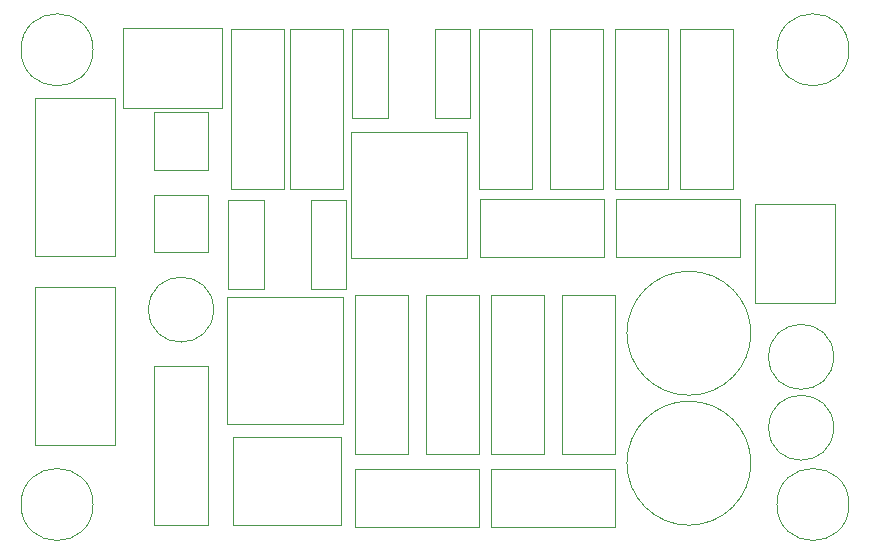
<source format=gbr>
G04 #@! TF.GenerationSoftware,KiCad,Pcbnew,(5.1.7)-1*
G04 #@! TF.CreationDate,2020-10-18T18:55:38+03:00*
G04 #@! TF.ProjectId,peltier,70656c74-6965-4722-9e6b-696361645f70,rev?*
G04 #@! TF.SameCoordinates,Original*
G04 #@! TF.FileFunction,Other,User*
%FSLAX46Y46*%
G04 Gerber Fmt 4.6, Leading zero omitted, Abs format (unit mm)*
G04 Created by KiCad (PCBNEW (5.1.7)-1) date 2020-10-18 18:55:38*
%MOMM*%
%LPD*%
G01*
G04 APERTURE LIST*
%ADD10C,0.050000*%
G04 APERTURE END LIST*
D10*
X151500000Y-114750000D02*
X151500000Y-107250000D01*
X151500000Y-107250000D02*
X142420000Y-107250000D01*
X142420000Y-107250000D02*
X142420000Y-114750000D01*
X142420000Y-114750000D02*
X151500000Y-114750000D01*
X130550000Y-113000000D02*
G75*
G03*
X130550000Y-113000000I-3050000J0D01*
G01*
X130550000Y-74500000D02*
G75*
G03*
X130550000Y-74500000I-3050000J0D01*
G01*
X194550000Y-74500000D02*
G75*
G03*
X194550000Y-74500000I-3050000J0D01*
G01*
X194550000Y-113000000D02*
G75*
G03*
X194550000Y-113000000I-3050000J0D01*
G01*
X152400000Y-81450000D02*
X152400000Y-92150000D01*
X152400000Y-92150000D02*
X162200000Y-92150000D01*
X162200000Y-92150000D02*
X162200000Y-81450000D01*
X162200000Y-81450000D02*
X152400000Y-81450000D01*
X141900000Y-95450000D02*
X141900000Y-106150000D01*
X141900000Y-106150000D02*
X151700000Y-106150000D01*
X151700000Y-106150000D02*
X151700000Y-95450000D01*
X151700000Y-95450000D02*
X141900000Y-95450000D01*
X151750000Y-86250000D02*
X151750000Y-72750000D01*
X147250000Y-86250000D02*
X151750000Y-86250000D01*
X147250000Y-72750000D02*
X147250000Y-86250000D01*
X151750000Y-72750000D02*
X147250000Y-72750000D01*
X146750000Y-72750000D02*
X142250000Y-72750000D01*
X142250000Y-72750000D02*
X142250000Y-86250000D01*
X142250000Y-86250000D02*
X146750000Y-86250000D01*
X146750000Y-86250000D02*
X146750000Y-72750000D01*
X173750000Y-72750000D02*
X169250000Y-72750000D01*
X169250000Y-72750000D02*
X169250000Y-86250000D01*
X169250000Y-86250000D02*
X173750000Y-86250000D01*
X173750000Y-86250000D02*
X173750000Y-72750000D01*
X174750000Y-95250000D02*
X170250000Y-95250000D01*
X170250000Y-95250000D02*
X170250000Y-108750000D01*
X170250000Y-108750000D02*
X174750000Y-108750000D01*
X174750000Y-108750000D02*
X174750000Y-95250000D01*
X167750000Y-72750000D02*
X163250000Y-72750000D01*
X163250000Y-72750000D02*
X163250000Y-86250000D01*
X163250000Y-86250000D02*
X167750000Y-86250000D01*
X167750000Y-86250000D02*
X167750000Y-72750000D01*
X135750000Y-114750000D02*
X140250000Y-114750000D01*
X140250000Y-114750000D02*
X140250000Y-101250000D01*
X140250000Y-101250000D02*
X135750000Y-101250000D01*
X135750000Y-101250000D02*
X135750000Y-114750000D01*
X168750000Y-95250000D02*
X164250000Y-95250000D01*
X164250000Y-95250000D02*
X164250000Y-108750000D01*
X164250000Y-108750000D02*
X168750000Y-108750000D01*
X168750000Y-108750000D02*
X168750000Y-95250000D01*
X179250000Y-72750000D02*
X174750000Y-72750000D01*
X174750000Y-72750000D02*
X174750000Y-86250000D01*
X174750000Y-86250000D02*
X179250000Y-86250000D01*
X179250000Y-86250000D02*
X179250000Y-72750000D01*
X163250000Y-95250000D02*
X158750000Y-95250000D01*
X158750000Y-95250000D02*
X158750000Y-108750000D01*
X158750000Y-108750000D02*
X163250000Y-108750000D01*
X163250000Y-108750000D02*
X163250000Y-95250000D01*
X180250000Y-86250000D02*
X184750000Y-86250000D01*
X184750000Y-86250000D02*
X184750000Y-72750000D01*
X184750000Y-72750000D02*
X180250000Y-72750000D01*
X180250000Y-72750000D02*
X180250000Y-86250000D01*
X157250000Y-95250000D02*
X152750000Y-95250000D01*
X152750000Y-95250000D02*
X152750000Y-108750000D01*
X152750000Y-108750000D02*
X157250000Y-108750000D01*
X157250000Y-108750000D02*
X157250000Y-95250000D01*
X163290000Y-87100000D02*
X163290000Y-92010000D01*
X163290000Y-92010000D02*
X173790000Y-92010000D01*
X173790000Y-92010000D02*
X173790000Y-87100000D01*
X173790000Y-87100000D02*
X163290000Y-87100000D01*
X174710000Y-114900000D02*
X174710000Y-109990000D01*
X174710000Y-109990000D02*
X164210000Y-109990000D01*
X164210000Y-109990000D02*
X164210000Y-114900000D01*
X164210000Y-114900000D02*
X174710000Y-114900000D01*
X174790000Y-87100000D02*
X174790000Y-92010000D01*
X174790000Y-92010000D02*
X185290000Y-92010000D01*
X185290000Y-92010000D02*
X185290000Y-87100000D01*
X185290000Y-87100000D02*
X174790000Y-87100000D01*
X163210000Y-114900000D02*
X163210000Y-109990000D01*
X163210000Y-109990000D02*
X152710000Y-109990000D01*
X152710000Y-109990000D02*
X152710000Y-114900000D01*
X152710000Y-114900000D02*
X163210000Y-114900000D01*
X186250000Y-98500000D02*
G75*
G03*
X186250000Y-98500000I-5250000J0D01*
G01*
X186250000Y-109500000D02*
G75*
G03*
X186250000Y-109500000I-5250000J0D01*
G01*
X193350000Y-87550000D02*
X186600000Y-87550000D01*
X186600000Y-87550000D02*
X186600000Y-95950000D01*
X186600000Y-95950000D02*
X193350000Y-95950000D01*
X193350000Y-95950000D02*
X193350000Y-87550000D01*
X125650000Y-107950000D02*
X132400000Y-107950000D01*
X132400000Y-107950000D02*
X132400000Y-94550000D01*
X132400000Y-94550000D02*
X125650000Y-94550000D01*
X125650000Y-94550000D02*
X125650000Y-107950000D01*
X125650000Y-91950000D02*
X132400000Y-91950000D01*
X132400000Y-91950000D02*
X132400000Y-78550000D01*
X132400000Y-78550000D02*
X125650000Y-78550000D01*
X125650000Y-78550000D02*
X125650000Y-91950000D01*
X133050000Y-72650000D02*
X133050000Y-79400000D01*
X133050000Y-79400000D02*
X141450000Y-79400000D01*
X141450000Y-79400000D02*
X141450000Y-72650000D01*
X141450000Y-72650000D02*
X133050000Y-72650000D01*
X135750000Y-91650000D02*
X140250000Y-91650000D01*
X140250000Y-91650000D02*
X140250000Y-86800000D01*
X140250000Y-86800000D02*
X135750000Y-86800000D01*
X135750000Y-86800000D02*
X135750000Y-91650000D01*
X135750000Y-84650000D02*
X140250000Y-84650000D01*
X140250000Y-84650000D02*
X140250000Y-79800000D01*
X140250000Y-79800000D02*
X135750000Y-79800000D01*
X135750000Y-79800000D02*
X135750000Y-84650000D01*
X159500000Y-80250000D02*
X162500000Y-80250000D01*
X162500000Y-80250000D02*
X162500000Y-72750000D01*
X162500000Y-72750000D02*
X159500000Y-72750000D01*
X159500000Y-72750000D02*
X159500000Y-80250000D01*
X149000000Y-94750000D02*
X152000000Y-94750000D01*
X152000000Y-94750000D02*
X152000000Y-87250000D01*
X152000000Y-87250000D02*
X149000000Y-87250000D01*
X149000000Y-87250000D02*
X149000000Y-94750000D01*
X193250000Y-100500000D02*
G75*
G03*
X193250000Y-100500000I-2750000J0D01*
G01*
X193250000Y-106500000D02*
G75*
G03*
X193250000Y-106500000I-2750000J0D01*
G01*
X152500000Y-80250000D02*
X155500000Y-80250000D01*
X155500000Y-80250000D02*
X155500000Y-72750000D01*
X155500000Y-72750000D02*
X152500000Y-72750000D01*
X152500000Y-72750000D02*
X152500000Y-80250000D01*
X142000000Y-94750000D02*
X145000000Y-94750000D01*
X145000000Y-94750000D02*
X145000000Y-87250000D01*
X145000000Y-87250000D02*
X142000000Y-87250000D01*
X142000000Y-87250000D02*
X142000000Y-94750000D01*
X140750000Y-96500000D02*
G75*
G03*
X140750000Y-96500000I-2750000J0D01*
G01*
M02*

</source>
